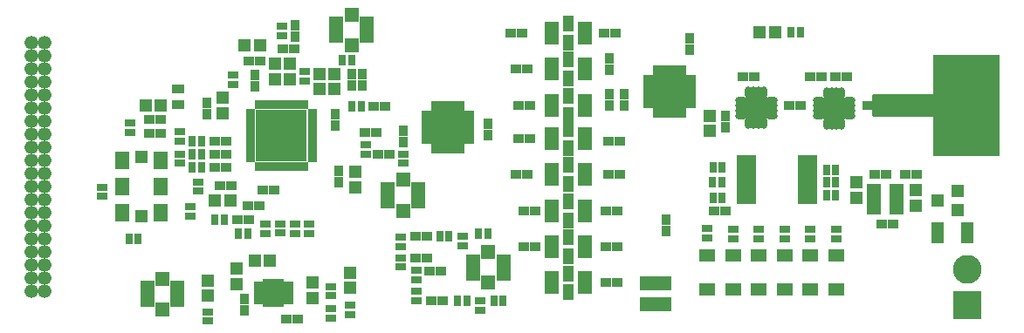
<source format=gts>
G04 #@! TF.FileFunction,Soldermask,Top*
%FSLAX46Y46*%
G04 Gerber Fmt 4.6, Leading zero omitted, Abs format (unit mm)*
G04 Created by KiCad (PCBNEW 4.0.4-stable) date Sat Sep 17 23:56:23 2016*
%MOMM*%
%LPD*%
G01*
G04 APERTURE LIST*
%ADD10C,0.100000*%
%ADD11R,1.000000X0.800000*%
%ADD12R,1.197560X1.197560*%
%ADD13R,1.200000X1.150000*%
%ADD14R,1.150000X1.200000*%
%ADD15R,1.000000X0.900000*%
%ADD16R,0.900000X1.000000*%
%ADD17R,1.620000X1.310000*%
%ADD18R,1.440000X2.200000*%
%ADD19R,1.010000X1.645000*%
%ADD20R,1.300000X0.900000*%
%ADD21C,2.800000*%
%ADD22R,2.800000X2.800000*%
%ADD23R,0.800000X1.000000*%
%ADD24R,1.400000X1.400000*%
%ADD25R,1.450000X2.600000*%
%ADD26R,0.900000X0.700000*%
%ADD27R,0.700000X0.900000*%
%ADD28R,1.550000X1.550000*%
%ADD29R,0.700000X1.250000*%
%ADD30R,1.250000X0.700000*%
%ADD31R,1.700000X1.700000*%
%ADD32R,1.460000X1.050000*%
%ADD33O,1.150000X0.700000*%
%ADD34O,0.700000X1.150000*%
%ADD35R,1.300000X1.300000*%
%ADD36R,1.850000X0.850000*%
%ADD37R,1.400000X1.800000*%
%ADD38R,1.200000X1.200000*%
%ADD39R,1.100000X0.650000*%
%ADD40R,1.230000X1.590000*%
%ADD41R,1.300000X2.100000*%
%ADD42C,1.325000*%
%ADD43R,1.200100X1.200100*%
%ADD44R,1.010000X1.470000*%
%ADD45R,6.400000X1.400000*%
%ADD46R,6.400000X4.400000*%
%ADD47C,0.254000*%
G04 APERTURE END LIST*
D10*
D11*
X181300000Y-114550000D03*
X181300000Y-115450000D03*
D12*
X181300000Y-111501400D03*
X181300000Y-113000000D03*
D13*
X186350000Y-88700000D03*
X184850000Y-88700000D03*
X183500000Y-103750000D03*
X182000000Y-103750000D03*
D14*
X195600000Y-100950000D03*
X195600000Y-102450000D03*
D15*
X183050000Y-98000000D03*
X181950000Y-98000000D03*
X181950000Y-99250000D03*
X183050000Y-99250000D03*
D14*
X182750000Y-95250000D03*
X182750000Y-93750000D03*
D16*
X181250000Y-94250000D03*
X181250000Y-95350000D03*
D15*
X181950000Y-100500000D03*
X183050000Y-100500000D03*
X185300000Y-105600000D03*
X184200000Y-105600000D03*
X182450000Y-102300000D03*
X183550000Y-102300000D03*
X185200000Y-104250000D03*
X186300000Y-104250000D03*
X186350000Y-90200000D03*
X185250000Y-90200000D03*
D16*
X185900000Y-91600000D03*
X185900000Y-92700000D03*
D15*
X186650000Y-102750000D03*
X187750000Y-102750000D03*
D14*
X187800000Y-91950000D03*
X187800000Y-90450000D03*
X189300000Y-91950000D03*
X189300000Y-90450000D03*
D16*
X189750000Y-87850000D03*
X189750000Y-86750000D03*
D15*
X189650000Y-89000000D03*
X188550000Y-89000000D03*
D16*
X194000000Y-100850000D03*
X194000000Y-101950000D03*
D14*
X192100000Y-92950000D03*
X192100000Y-91450000D03*
X193600000Y-92950000D03*
X193600000Y-91450000D03*
D16*
X193700000Y-95350000D03*
X193700000Y-96450000D03*
D15*
X203950000Y-110600000D03*
X202850000Y-110600000D03*
X202550000Y-109300000D03*
X201450000Y-109300000D03*
X202550000Y-107250000D03*
X201450000Y-107250000D03*
X204100000Y-113500000D03*
X203000000Y-113500000D03*
X197650000Y-97150000D03*
X196550000Y-97150000D03*
X198500000Y-94600000D03*
X197400000Y-94600000D03*
D16*
X195250000Y-91450000D03*
X195250000Y-92550000D03*
X196250000Y-91450000D03*
X196250000Y-92550000D03*
D15*
X198950000Y-99300000D03*
X197850000Y-99300000D03*
D16*
X200250000Y-98100000D03*
X200250000Y-97000000D03*
X221700000Y-94550000D03*
X221700000Y-93450000D03*
D15*
X213050000Y-108250000D03*
X211950000Y-108250000D03*
X213050000Y-104750000D03*
X211950000Y-104750000D03*
X212250000Y-101250000D03*
X211150000Y-101250000D03*
X212550000Y-97750000D03*
X211450000Y-97750000D03*
X212550000Y-94500000D03*
X211450000Y-94500000D03*
X212300000Y-91000000D03*
X211200000Y-91000000D03*
X211750000Y-87500000D03*
X210650000Y-87500000D03*
D16*
X228000000Y-89100000D03*
X228000000Y-88000000D03*
D15*
X221050000Y-108250000D03*
X219950000Y-108250000D03*
X221000000Y-104750000D03*
X219900000Y-104750000D03*
X221250000Y-101250000D03*
X220150000Y-101250000D03*
X221300000Y-98000000D03*
X220200000Y-98000000D03*
D16*
X220250000Y-93450000D03*
X220250000Y-94550000D03*
X220250000Y-89950000D03*
X220250000Y-91050000D03*
D15*
X220800000Y-87500000D03*
X219700000Y-87500000D03*
X234300000Y-91750000D03*
X233200000Y-91750000D03*
X247050000Y-101250000D03*
X245950000Y-101250000D03*
X250050000Y-101250000D03*
X248950000Y-101250000D03*
D14*
X250000000Y-102750000D03*
X250000000Y-104250000D03*
X244250000Y-103500000D03*
X244250000Y-102000000D03*
D15*
X247750000Y-106000000D03*
X246650000Y-106000000D03*
X238800000Y-94500000D03*
X237700000Y-94500000D03*
X239700000Y-91750000D03*
X240800000Y-91750000D03*
X243300000Y-91750000D03*
X242200000Y-91750000D03*
X246450000Y-94550000D03*
X245350000Y-94550000D03*
X230450000Y-104750000D03*
X231550000Y-104750000D03*
D16*
X225750000Y-106750000D03*
X225750000Y-105650000D03*
X231500000Y-95500000D03*
X231500000Y-96600000D03*
D14*
X230000000Y-95500000D03*
X230000000Y-97000000D03*
D15*
X221050000Y-111750000D03*
X219950000Y-111750000D03*
X176750000Y-97200000D03*
X175650000Y-97200000D03*
X176750000Y-95900000D03*
X175650000Y-95900000D03*
D13*
X176750000Y-94500000D03*
X175250000Y-94500000D03*
D12*
X195100000Y-110750700D03*
X195100000Y-112249300D03*
D17*
X229750000Y-112385000D03*
X229750000Y-109115000D03*
X232250000Y-112385000D03*
X232250000Y-109115000D03*
X234750000Y-112385000D03*
X234750000Y-109115000D03*
X242250000Y-112385000D03*
X242250000Y-109115000D03*
X239750000Y-112385000D03*
X239750000Y-109115000D03*
X237250000Y-112385000D03*
X237250000Y-109115000D03*
D12*
X234850700Y-87400000D03*
X236349300Y-87400000D03*
D18*
X214625000Y-108250000D03*
X217875000Y-108250000D03*
D19*
X216250000Y-109177500D03*
X216250000Y-107322500D03*
D18*
X214625000Y-104750000D03*
X217875000Y-104750000D03*
D19*
X216250000Y-105677500D03*
X216250000Y-103822500D03*
D18*
X214625000Y-101250000D03*
X217875000Y-101250000D03*
D19*
X216250000Y-102177500D03*
X216250000Y-100322500D03*
D18*
X214625000Y-97750000D03*
X217875000Y-97750000D03*
D19*
X216250000Y-98677500D03*
X216250000Y-96822500D03*
D18*
X214625000Y-94500000D03*
X217875000Y-94500000D03*
D19*
X216250000Y-95427500D03*
X216250000Y-93572500D03*
D18*
X214625000Y-91000000D03*
X217875000Y-91000000D03*
D19*
X216250000Y-91927500D03*
X216250000Y-90072500D03*
D18*
X214625000Y-87500000D03*
X217875000Y-87500000D03*
D19*
X216250000Y-88427500D03*
X216250000Y-86572500D03*
D18*
X214625000Y-111750000D03*
X217875000Y-111750000D03*
D19*
X216250000Y-112677500D03*
X216250000Y-110822500D03*
D11*
X200000000Y-107300000D03*
X200000000Y-108200000D03*
X201500000Y-112550000D03*
X201500000Y-113450000D03*
D20*
X178400000Y-92950000D03*
X178400000Y-94450000D03*
D21*
X254950000Y-110450000D03*
D22*
X254950000Y-113950000D03*
D11*
X179600000Y-105250000D03*
X179600000Y-104350000D03*
X178600000Y-100150000D03*
X178600000Y-99250000D03*
D23*
X179800000Y-100550000D03*
X180700000Y-100550000D03*
D11*
X180400000Y-101950000D03*
X180400000Y-102850000D03*
X178600000Y-98000000D03*
X178600000Y-97100000D03*
D23*
X180700000Y-98000000D03*
X179800000Y-98000000D03*
X180700000Y-99250000D03*
X179800000Y-99250000D03*
D11*
X195100000Y-114850000D03*
X195100000Y-113950000D03*
D23*
X182000000Y-105600000D03*
X182900000Y-105600000D03*
X185200000Y-107000000D03*
X184300000Y-107000000D03*
D11*
X188500000Y-86850000D03*
X188500000Y-87750000D03*
X183800000Y-91550000D03*
X183800000Y-92450000D03*
X191100000Y-106050000D03*
X191100000Y-106950000D03*
X189750000Y-106050000D03*
X189750000Y-106950000D03*
X188300000Y-106000000D03*
X188300000Y-106900000D03*
X186900000Y-106050000D03*
X186900000Y-106950000D03*
X190700000Y-91250000D03*
X190700000Y-92150000D03*
D23*
X196200000Y-94650000D03*
X195300000Y-94650000D03*
D11*
X196600000Y-99250000D03*
X196600000Y-98350000D03*
D23*
X203800000Y-107250000D03*
X204700000Y-107250000D03*
X205550000Y-113500000D03*
X206450000Y-113500000D03*
D11*
X206000000Y-108150000D03*
X206000000Y-107250000D03*
X207750000Y-114400000D03*
X207750000Y-113500000D03*
D23*
X207550000Y-107000000D03*
X208450000Y-107000000D03*
X209050000Y-113500000D03*
X209950000Y-113500000D03*
X194350000Y-90100000D03*
X195250000Y-90100000D03*
D11*
X229750000Y-107400000D03*
X229750000Y-106500000D03*
X232250000Y-107450000D03*
X232250000Y-106550000D03*
X234750000Y-107450000D03*
X234750000Y-106550000D03*
D23*
X231200000Y-100500000D03*
X230300000Y-100500000D03*
X231150000Y-102000000D03*
X230250000Y-102000000D03*
X231200000Y-103500000D03*
X230300000Y-103500000D03*
X242200000Y-100750000D03*
X241300000Y-100750000D03*
X242200000Y-102000000D03*
X241300000Y-102000000D03*
X242200000Y-103250000D03*
X241300000Y-103250000D03*
D11*
X237250000Y-107450000D03*
X237250000Y-106550000D03*
X239750000Y-107450000D03*
X239750000Y-106550000D03*
X242250000Y-107450000D03*
X242250000Y-106550000D03*
X171100000Y-102450000D03*
X171100000Y-103350000D03*
X173800000Y-96250000D03*
X173800000Y-97150000D03*
D23*
X173650000Y-107500000D03*
X174550000Y-107500000D03*
X237850000Y-87400000D03*
X238750000Y-87400000D03*
D24*
X176900000Y-111350000D03*
D25*
X178375000Y-112850000D03*
X175425000Y-112850000D03*
D24*
X176900000Y-114350000D03*
D26*
X185425000Y-95175000D03*
X185425000Y-95675000D03*
X185425000Y-96175000D03*
X185425000Y-96675000D03*
X185425000Y-97175000D03*
X185425000Y-97675000D03*
X185425000Y-98175000D03*
X185425000Y-98675000D03*
X185425000Y-99175000D03*
X185425000Y-99675000D03*
D27*
X186175000Y-100425000D03*
X186675000Y-100425000D03*
X187175000Y-100425000D03*
X187675000Y-100425000D03*
X188175000Y-100425000D03*
X188675000Y-100425000D03*
X189175000Y-100425000D03*
X189675000Y-100425000D03*
X190175000Y-100425000D03*
X190675000Y-100425000D03*
D26*
X191425000Y-99675000D03*
X191425000Y-99175000D03*
X191425000Y-98675000D03*
X191425000Y-98175000D03*
X191425000Y-97675000D03*
X191425000Y-97175000D03*
X191425000Y-96675000D03*
X191425000Y-96175000D03*
X191425000Y-95675000D03*
X191425000Y-95175000D03*
D27*
X190675000Y-94425000D03*
X190175000Y-94425000D03*
X189675000Y-94425000D03*
X189175000Y-94425000D03*
X188675000Y-94425000D03*
X188175000Y-94425000D03*
X187675000Y-94425000D03*
X187175000Y-94425000D03*
X186675000Y-94425000D03*
X186175000Y-94425000D03*
D28*
X190150000Y-99150000D03*
X190150000Y-98000000D03*
X190150000Y-96850000D03*
X190150000Y-95700000D03*
X189000000Y-99150000D03*
X189000000Y-98000000D03*
X189000000Y-96850000D03*
X189000000Y-95700000D03*
X187850000Y-99150000D03*
X187850000Y-98000000D03*
X187850000Y-96850000D03*
X187850000Y-95700000D03*
X186700000Y-99150000D03*
X186700000Y-98000000D03*
X186700000Y-96850000D03*
X186700000Y-95700000D03*
D24*
X208500000Y-108750000D03*
D25*
X209975000Y-110250000D03*
X207025000Y-110250000D03*
D24*
X208500000Y-111750000D03*
X195250000Y-88700000D03*
D25*
X193775000Y-87200000D03*
X196725000Y-87200000D03*
D24*
X195250000Y-85700000D03*
D29*
X203350000Y-98600000D03*
X203850000Y-98600000D03*
X204350000Y-98600000D03*
X204850000Y-98600000D03*
X205350000Y-98600000D03*
X205850000Y-98600000D03*
D30*
X206550000Y-97900000D03*
X206550000Y-97400000D03*
X206550000Y-96900000D03*
X206550000Y-96400000D03*
X206550000Y-95900000D03*
X206550000Y-95400000D03*
D29*
X205850000Y-94700000D03*
X205350000Y-94700000D03*
X204850000Y-94700000D03*
X204350000Y-94700000D03*
X203850000Y-94700000D03*
X203350000Y-94700000D03*
D30*
X202650000Y-95400000D03*
X202650000Y-95900000D03*
X202650000Y-96400000D03*
X202650000Y-96900000D03*
X202650000Y-97400000D03*
X202650000Y-97900000D03*
D31*
X205250000Y-96000000D03*
X203950000Y-96000000D03*
X205250000Y-97300000D03*
X203950000Y-97300000D03*
D29*
X227350000Y-91200000D03*
X226850000Y-91200000D03*
X226350000Y-91200000D03*
X225850000Y-91200000D03*
X225350000Y-91200000D03*
X224850000Y-91200000D03*
D30*
X224150000Y-91900000D03*
X224150000Y-92400000D03*
X224150000Y-92900000D03*
X224150000Y-93400000D03*
X224150000Y-93900000D03*
X224150000Y-94400000D03*
D29*
X224850000Y-95100000D03*
X225350000Y-95100000D03*
X225850000Y-95100000D03*
X226350000Y-95100000D03*
X226850000Y-95100000D03*
X227350000Y-95100000D03*
D30*
X228050000Y-94400000D03*
X228050000Y-93900000D03*
X228050000Y-93400000D03*
X228050000Y-92900000D03*
X228050000Y-92400000D03*
X228050000Y-91900000D03*
D31*
X225450000Y-93800000D03*
X226750000Y-93800000D03*
X225450000Y-92500000D03*
X226750000Y-92500000D03*
D32*
X245900000Y-102690000D03*
X245900000Y-103640000D03*
X245900000Y-104590000D03*
X248100000Y-104590000D03*
X248100000Y-102690000D03*
X248100000Y-103640000D03*
D33*
X240575000Y-94050000D03*
X240575000Y-94550000D03*
X240575000Y-95050000D03*
X240575000Y-95550000D03*
D34*
X241300000Y-96275000D03*
X241800000Y-96275000D03*
X242300000Y-96275000D03*
X242800000Y-96275000D03*
D33*
X243525000Y-95550000D03*
X243525000Y-95050000D03*
X243525000Y-94550000D03*
X243525000Y-94050000D03*
D34*
X242800000Y-93325000D03*
X242300000Y-93325000D03*
X241800000Y-93325000D03*
X241300000Y-93325000D03*
D35*
X242500000Y-95250000D03*
X242500000Y-94350000D03*
X241600000Y-95250000D03*
X241600000Y-94350000D03*
D36*
X233550000Y-99800000D03*
X233550000Y-100450000D03*
X233550000Y-101100000D03*
X233550000Y-101750000D03*
X233550000Y-102400000D03*
X233550000Y-103050000D03*
X233550000Y-103700000D03*
X239450000Y-103700000D03*
X239450000Y-103050000D03*
X239450000Y-102400000D03*
X239450000Y-101750000D03*
X239450000Y-101100000D03*
X239450000Y-100450000D03*
X239450000Y-99800000D03*
D34*
X233750000Y-96225000D03*
X234250000Y-96225000D03*
X234750000Y-96225000D03*
X235250000Y-96225000D03*
D33*
X235975000Y-95500000D03*
X235975000Y-95000000D03*
X235975000Y-94500000D03*
X235975000Y-94000000D03*
D34*
X235250000Y-93275000D03*
X234750000Y-93275000D03*
X234250000Y-93275000D03*
X233750000Y-93275000D03*
D33*
X233025000Y-94000000D03*
X233025000Y-94500000D03*
X233025000Y-95000000D03*
X233025000Y-95500000D03*
D35*
X234950000Y-94300000D03*
X234050000Y-94300000D03*
X234950000Y-95200000D03*
X234050000Y-95200000D03*
D37*
X173000000Y-99860000D03*
X173000000Y-102400000D03*
X173000000Y-104940000D03*
X176700000Y-104940000D03*
X176700000Y-102400000D03*
X176700000Y-99860000D03*
D38*
X174850000Y-99535000D03*
X174850000Y-105265000D03*
D14*
X191500000Y-113250000D03*
X191500000Y-111750000D03*
D15*
X188900000Y-115300000D03*
X190000000Y-115300000D03*
D16*
X184900000Y-114400000D03*
X184900000Y-113300000D03*
D13*
X187350000Y-109600000D03*
X185850000Y-109600000D03*
D14*
X184100000Y-110350000D03*
X184100000Y-111850000D03*
D39*
X186285000Y-111955000D03*
X186285000Y-112455000D03*
X186285000Y-112955000D03*
X186285000Y-113455000D03*
X189085000Y-113455000D03*
X189085000Y-112955000D03*
X189085000Y-112455000D03*
X189085000Y-111955000D03*
D40*
X188100000Y-113300000D03*
X188100000Y-112110000D03*
X187270000Y-113300000D03*
X187270000Y-112110000D03*
D41*
X252100000Y-106900000D03*
X255000000Y-106900000D03*
D16*
X208500000Y-96300000D03*
X208500000Y-97400000D03*
D42*
X164180000Y-88450000D03*
X165450000Y-88450000D03*
X164180000Y-89720000D03*
X165450000Y-89720000D03*
X164180000Y-90990000D03*
X165450000Y-90990000D03*
X164180000Y-92260000D03*
X165450000Y-92260000D03*
X164180000Y-93530000D03*
X165450000Y-93530000D03*
X164180000Y-94800000D03*
X165450000Y-94800000D03*
X164180000Y-96070000D03*
X165450000Y-96070000D03*
X164180000Y-97340000D03*
X165450000Y-97340000D03*
X164180000Y-98610000D03*
X165450000Y-98610000D03*
X164180000Y-99880000D03*
X165450000Y-99880000D03*
X164180000Y-101150000D03*
X165450000Y-101150000D03*
X164180000Y-102420000D03*
X165450000Y-102420000D03*
X164180000Y-103690000D03*
X165450000Y-103690000D03*
X164180000Y-104960000D03*
X165450000Y-104960000D03*
X164180000Y-106230000D03*
X165450000Y-106230000D03*
X164180000Y-107500000D03*
X165450000Y-107500000D03*
X164180000Y-108770000D03*
X165450000Y-108770000D03*
X164180000Y-110040000D03*
X165450000Y-110040000D03*
X164180000Y-111310000D03*
X165450000Y-111310000D03*
X164180000Y-112580000D03*
X165450000Y-112580000D03*
D43*
X254050760Y-104700000D03*
X254050760Y-102800000D03*
X252051780Y-103750000D03*
D44*
X225740000Y-113825000D03*
X223760000Y-113825000D03*
X224750000Y-113825000D03*
X225740000Y-111775000D03*
X224750000Y-111775000D03*
X223760000Y-111775000D03*
D11*
X200000000Y-110200000D03*
X200000000Y-109300000D03*
X201500000Y-111450000D03*
X201500000Y-110550000D03*
X200250000Y-99250000D03*
X200250000Y-100150000D03*
X193200000Y-114250000D03*
X193200000Y-115150000D03*
X193200000Y-113000000D03*
X193200000Y-112100000D03*
D24*
X200250000Y-101750000D03*
D25*
X201725000Y-103250000D03*
X198775000Y-103250000D03*
D24*
X200250000Y-104750000D03*
D45*
X254900000Y-94500000D03*
D46*
X254900000Y-91800000D03*
X254900000Y-97200000D03*
D47*
G36*
X257914215Y-95522451D02*
X245777000Y-95473511D01*
X245777000Y-93527000D01*
X257781184Y-93527000D01*
X257914215Y-95522451D01*
X257914215Y-95522451D01*
G37*
X257914215Y-95522451D02*
X245777000Y-95473511D01*
X245777000Y-93527000D01*
X257781184Y-93527000D01*
X257914215Y-95522451D01*
M02*

</source>
